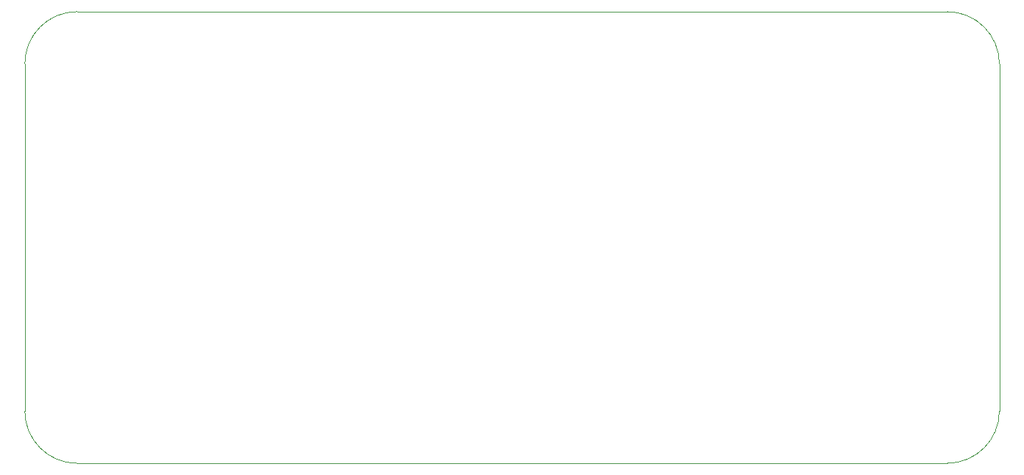
<source format=gbr>
%TF.GenerationSoftware,KiCad,Pcbnew,(6.0.7-1)-1*%
%TF.CreationDate,2022-10-27T13:07:23+02:00*%
%TF.ProjectId,Beerator,42656572-6174-46f7-922e-6b696361645f,rev?*%
%TF.SameCoordinates,Original*%
%TF.FileFunction,Profile,NP*%
%FSLAX46Y46*%
G04 Gerber Fmt 4.6, Leading zero omitted, Abs format (unit mm)*
G04 Created by KiCad (PCBNEW (6.0.7-1)-1) date 2022-10-27 13:07:23*
%MOMM*%
%LPD*%
G01*
G04 APERTURE LIST*
%TA.AperFunction,Profile*%
%ADD10C,0.100000*%
%TD*%
G04 APERTURE END LIST*
D10*
X150000000Y-96000000D02*
X50000000Y-96000000D01*
X44000000Y-90000000D02*
X44000000Y-50000000D01*
X50000000Y-44000000D02*
G75*
G03*
X44000000Y-50000000I0J-6000000D01*
G01*
X50000000Y-44000000D02*
X150000000Y-44000000D01*
X150000000Y-96000000D02*
G75*
G03*
X156000000Y-90000000I0J6000000D01*
G01*
X156000000Y-50000000D02*
X156000000Y-90000000D01*
X44000000Y-90000000D02*
G75*
G03*
X50000000Y-96000000I6000000J0D01*
G01*
X156000000Y-50000000D02*
G75*
G03*
X150000000Y-44000000I-6000000J0D01*
G01*
M02*

</source>
